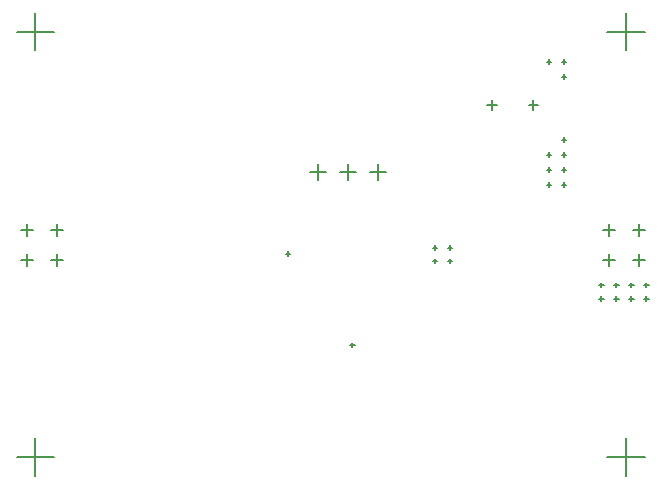
<source format=gbr>
%TF.GenerationSoftware,Altium Limited,Altium Designer,22.11.1 (43)*%
G04 Layer_Color=128*
%FSLAX45Y45*%
%MOMM*%
%TF.SameCoordinates,43E0CF4A-0526-4127-82AF-783748DA5692*%
%TF.FilePolarity,Positive*%
%TF.FileFunction,Drillmap*%
%TF.Part,Single*%
G01*
G75*
%TA.AperFunction,NonConductor*%
%ADD37C,0.12700*%
D37*
X11302800Y9423400D02*
X11404800D01*
X11353800Y9372400D02*
Y9474400D01*
X11302800Y9169400D02*
X11404800D01*
X11353800Y9118400D02*
Y9220400D01*
X11556800Y9423400D02*
X11658800D01*
X11607800Y9372400D02*
Y9474400D01*
X11556800Y9169400D02*
X11658800D01*
X11607800Y9118400D02*
Y9220400D01*
X10676000Y10477500D02*
X10756000D01*
X10716000Y10437500D02*
Y10517500D01*
X10326000Y10477500D02*
X10406000D01*
X10366000Y10437500D02*
Y10517500D01*
X6629200Y9169400D02*
X6731200D01*
X6680200Y9118400D02*
Y9220400D01*
X6629200Y9423400D02*
X6731200D01*
X6680200Y9372400D02*
Y9474400D01*
X6375200Y9169400D02*
X6477200D01*
X6426200Y9118400D02*
Y9220400D01*
X6375200Y9423400D02*
X6477200D01*
X6426200Y9372400D02*
Y9474400D01*
X6340000Y11100000D02*
X6660000D01*
X6500000Y10940000D02*
Y11260000D01*
X6340000Y7500000D02*
X6660000D01*
X6500000Y7340000D02*
Y7660000D01*
X11340000Y11100000D02*
X11660000D01*
X11500000Y10940000D02*
Y11260000D01*
X11340000Y7500000D02*
X11660000D01*
X11500000Y7340000D02*
Y7660000D01*
X9330500Y9913700D02*
X9465500D01*
X9398000Y9846200D02*
Y9981200D01*
X9076500Y9913700D02*
X9211500D01*
X9144000Y9846200D02*
Y9981200D01*
X8822500Y9913700D02*
X8957500D01*
X8890000Y9846200D02*
Y9981200D01*
X9861550Y9156700D02*
X9899650D01*
X9880600Y9137650D02*
Y9175750D01*
X9988550Y9156700D02*
X10026650D01*
X10007600Y9137650D02*
Y9175750D01*
X9861550Y9271000D02*
X9899650D01*
X9880600Y9251950D02*
Y9290050D01*
X9988550Y9271000D02*
X10026650D01*
X10007600Y9251950D02*
Y9290050D01*
X10953750Y10185400D02*
X10991850D01*
X10972800Y10166350D02*
Y10204450D01*
X11398250Y8839200D02*
X11436350D01*
X11417300Y8820150D02*
Y8858250D01*
X11525250Y8839200D02*
X11563350D01*
X11544300Y8820150D02*
Y8858250D01*
X11652250Y8839200D02*
X11690350D01*
X11671300Y8820150D02*
Y8858250D01*
X11652250Y8953500D02*
X11690350D01*
X11671300Y8934450D02*
Y8972550D01*
X11525250Y8953500D02*
X11563350D01*
X11544300Y8934450D02*
Y8972550D01*
X11398250Y8953500D02*
X11436350D01*
X11417300Y8934450D02*
Y8972550D01*
X11271250Y8839200D02*
X11309350D01*
X11290300Y8820150D02*
Y8858250D01*
X11271250Y8953500D02*
X11309350D01*
X11290300Y8934450D02*
Y8972550D01*
X8616950Y9220200D02*
X8655050D01*
X8636000Y9201150D02*
Y9239250D01*
X10826750Y10845800D02*
X10864850D01*
X10845800Y10826750D02*
Y10864850D01*
X10953750Y10718800D02*
X10991850D01*
X10972800Y10699750D02*
Y10737850D01*
X10953750Y10845800D02*
X10991850D01*
X10972800Y10826750D02*
Y10864850D01*
X10826750Y10058400D02*
X10864850D01*
X10845800Y10039350D02*
Y10077450D01*
X10953750Y10058400D02*
X10991850D01*
X10972800Y10039350D02*
Y10077450D01*
X10953750Y9931400D02*
X10991850D01*
X10972800Y9912350D02*
Y9950450D01*
X10826750Y9931400D02*
X10864850D01*
X10845800Y9912350D02*
Y9950450D01*
X10826750Y9804400D02*
X10864850D01*
X10845800Y9785350D02*
Y9823450D01*
X10953750Y9804400D02*
X10991850D01*
X10972800Y9785350D02*
Y9823450D01*
X9164450Y8445500D02*
X9202550D01*
X9183500Y8426450D02*
Y8464550D01*
%TF.MD5,b2dc39532810ecdf63f08f36002dddae*%
M02*

</source>
